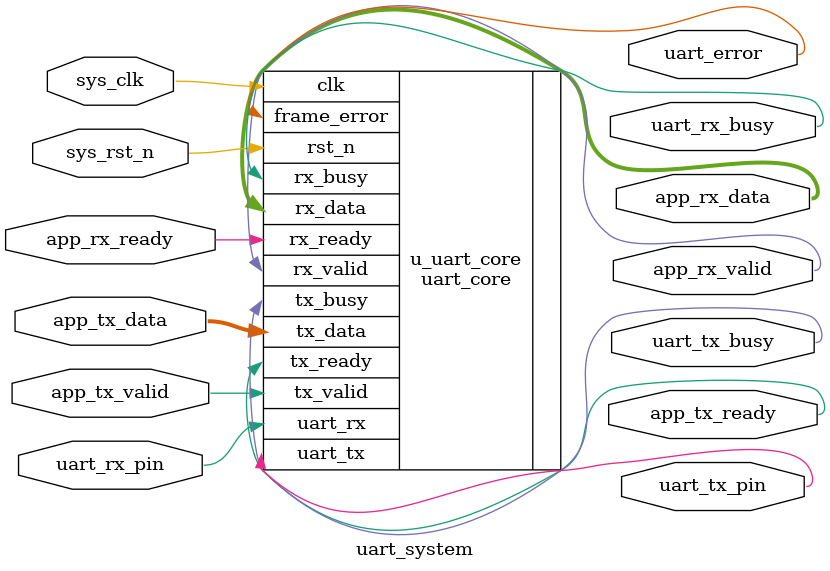
<source format=v>
module uart_system (
    input sys_clk,
    input sys_rst_n,
    
    // 应用层接口
    input [7:0] app_tx_data,
    input app_tx_valid,
    output app_tx_ready,
    
    output [7:0] app_rx_data,
    output app_rx_valid,
    input app_rx_ready,
    
    // 物理接口
    output uart_tx_pin,
    input uart_rx_pin,
    
    // 状态指示
    output uart_tx_busy,
    output uart_rx_busy,
    output uart_error
);

//VCG_BEGIN
// # 基础连接规则 - 从通用到具体
// Connect("*", "uart_*")              
// Connect("clk", "sys_clk")           
// Connect("rst_n", "sys_rst_n")       
// Connect("tx_data", "app_tx_data")   
// Connect("tx_valid", "app_tx_valid") 
// Connect("tx_ready", "app_tx_ready") 
// Connect("rx_data", "app_rx_data")   
// Connect("rx_valid", "app_rx_valid") 
// Connect("rx_ready", "app_rx_ready") 
// Connect("uart_tx", "uart_tx_pin")   
// Connect("uart_rx", "uart_rx_pin")   
// Connect("frame_error", "uart_error")
//
// # 参数配置
// ConnectParam("BAUD_RATE", "115200")
// ConnectParam("DATA_WIDTH", "8")
// ConnectParam("STOP_BITS", "1")
//
// # 生成UART核心实例
// Instance("./uart_core.v", "uart_core", "u_uart_core")
//VCG_END
//VCG_GEN_BEGIN_0
uart_core #(
    .BAUD_RATE         (115200),
    .DATA_WIDTH        (8),
    .STOP_BITS         (1)
) u_uart_core (
    .clk               (sys_clk),       // input
    .rst_n             (sys_rst_n),     // input
    .tx_data           (app_tx_data),   // input [DATA_WIDTH-1:0]
    .tx_valid          (app_tx_valid),  // input
    .tx_ready          (app_tx_ready),  // output
    .uart_tx           (uart_tx_pin),   // output
    .rx_data           (app_rx_data),   // output [DATA_WIDTH-1:0]
    .rx_valid          (app_rx_valid),  // output
    .rx_ready          (app_rx_ready),  // input
    .uart_rx           (uart_rx_pin),   // input
    .tx_busy           (uart_tx_busy),  // output
    .rx_busy           (uart_rx_busy),  // output
    .frame_error       (uart_error)     // output
);
//VCG_GEN_END_0

endmodule
</source>
